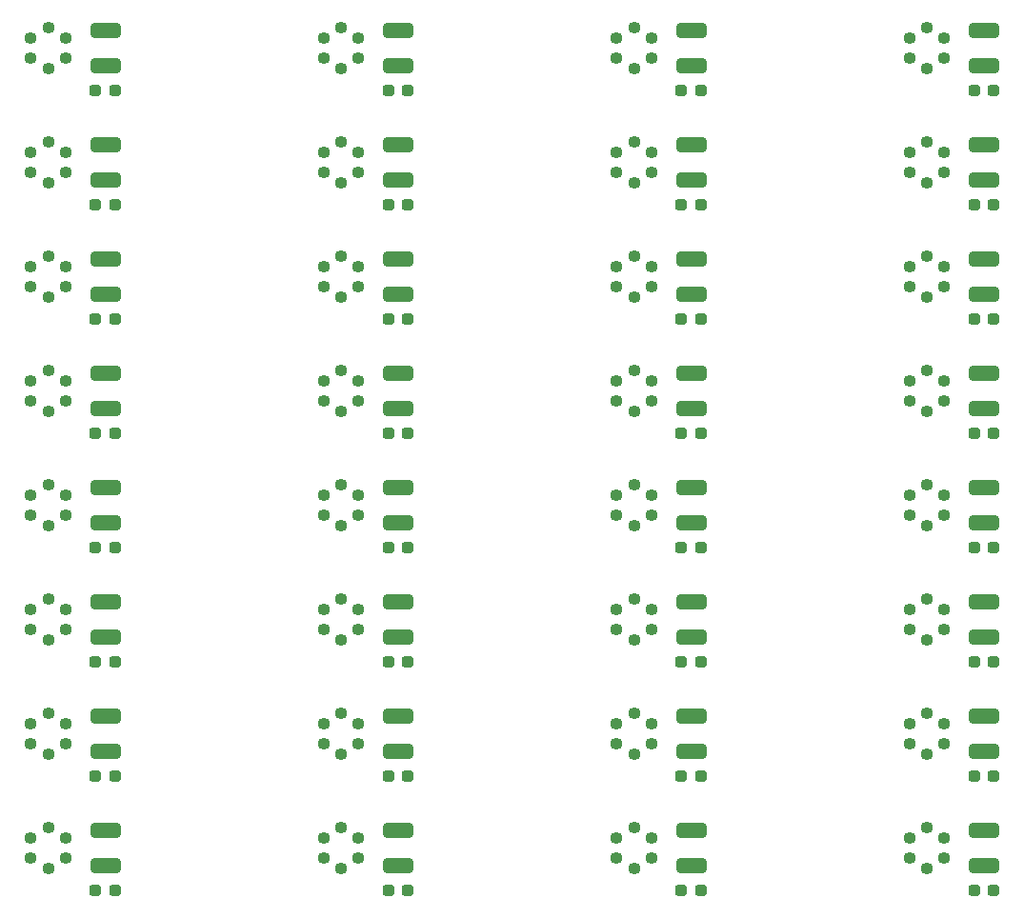
<source format=gbr>
%TF.GenerationSoftware,KiCad,Pcbnew,8.0.8*%
%TF.CreationDate,2025-02-21T18:04:56+11:00*%
%TF.ProjectId,panel,70616e65-6c2e-46b6-9963-61645f706362,rev?*%
%TF.SameCoordinates,Original*%
%TF.FileFunction,Paste,Top*%
%TF.FilePolarity,Positive*%
%FSLAX46Y46*%
G04 Gerber Fmt 4.6, Leading zero omitted, Abs format (unit mm)*
G04 Created by KiCad (PCBNEW 8.0.8) date 2025-02-21 18:04:56*
%MOMM*%
%LPD*%
G01*
G04 APERTURE LIST*
G04 Aperture macros list*
%AMRoundRect*
0 Rectangle with rounded corners*
0 $1 Rounding radius*
0 $2 $3 $4 $5 $6 $7 $8 $9 X,Y pos of 4 corners*
0 Add a 4 corners polygon primitive as box body*
4,1,4,$2,$3,$4,$5,$6,$7,$8,$9,$2,$3,0*
0 Add four circle primitives for the rounded corners*
1,1,$1+$1,$2,$3*
1,1,$1+$1,$4,$5*
1,1,$1+$1,$6,$7*
1,1,$1+$1,$8,$9*
0 Add four rect primitives between the rounded corners*
20,1,$1+$1,$2,$3,$4,$5,0*
20,1,$1+$1,$4,$5,$6,$7,0*
20,1,$1+$1,$6,$7,$8,$9,0*
20,1,$1+$1,$8,$9,$2,$3,0*%
G04 Aperture macros list end*
%ADD10O,1.100000X1.100000*%
%ADD11RoundRect,0.237500X0.287500X0.237500X-0.287500X0.237500X-0.287500X-0.237500X0.287500X-0.237500X0*%
%ADD12RoundRect,0.250000X-1.075000X0.400000X-1.075000X-0.400000X1.075000X-0.400000X1.075000X0.400000X0*%
G04 APERTURE END LIST*
D10*
%TO.C,H2*%
X162816155Y-81979500D03*
X162816155Y-83779500D03*
X164375000Y-81079500D03*
X164375000Y-84679500D03*
X165933845Y-81979500D03*
X165933845Y-83779499D03*
%TD*%
%TO.C,H2*%
X136781155Y-41339500D03*
X136781155Y-43139500D03*
X138340000Y-40439500D03*
X138340000Y-44039500D03*
X139898845Y-41339500D03*
X139898845Y-43139499D03*
%TD*%
%TO.C,H2*%
X136781155Y-71819500D03*
X136781155Y-73619500D03*
X138340000Y-70919500D03*
X138340000Y-74519500D03*
X139898845Y-71819500D03*
X139898845Y-73619499D03*
%TD*%
%TO.C,H2*%
X110746155Y-41339500D03*
X110746155Y-43139500D03*
X112305000Y-40439500D03*
X112305000Y-44039500D03*
X113863845Y-41339500D03*
X113863845Y-43139499D03*
%TD*%
D11*
%TO.C,D1*%
X144295000Y-66369500D03*
X142545000Y-66369500D03*
%TD*%
%TO.C,D1*%
X196365000Y-76529500D03*
X194615000Y-76529500D03*
%TD*%
D12*
%TO.C,R1*%
X169455000Y-61009500D03*
X169455000Y-64109500D03*
%TD*%
D11*
%TO.C,D1*%
X118260000Y-66369500D03*
X116510000Y-66369500D03*
%TD*%
%TO.C,D1*%
X144295000Y-96849500D03*
X142545000Y-96849500D03*
%TD*%
D10*
%TO.C,H2*%
X136781155Y-102299500D03*
X136781155Y-104099500D03*
X138340000Y-101399500D03*
X138340000Y-104999500D03*
X139898845Y-102299500D03*
X139898845Y-104099499D03*
%TD*%
%TO.C,H2*%
X162816155Y-71819500D03*
X162816155Y-73619500D03*
X164375000Y-70919500D03*
X164375000Y-74519500D03*
X165933845Y-71819500D03*
X165933845Y-73619499D03*
%TD*%
D12*
%TO.C,R1*%
X169455000Y-30529500D03*
X169455000Y-33629500D03*
%TD*%
D11*
%TO.C,D1*%
X196365000Y-86689500D03*
X194615000Y-86689500D03*
%TD*%
%TO.C,D1*%
X170330000Y-76529500D03*
X168580000Y-76529500D03*
%TD*%
D10*
%TO.C,H2*%
X136781155Y-81979500D03*
X136781155Y-83779500D03*
X138340000Y-81079500D03*
X138340000Y-84679500D03*
X139898845Y-81979500D03*
X139898845Y-83779499D03*
%TD*%
D12*
%TO.C,R1*%
X143420000Y-91489500D03*
X143420000Y-94589500D03*
%TD*%
%TO.C,R1*%
X195490000Y-50849500D03*
X195490000Y-53949500D03*
%TD*%
D11*
%TO.C,D1*%
X118260000Y-86689500D03*
X116510000Y-86689500D03*
%TD*%
%TO.C,D1*%
X144295000Y-56209500D03*
X142545000Y-56209500D03*
%TD*%
%TO.C,D1*%
X144295000Y-46049500D03*
X142545000Y-46049500D03*
%TD*%
D10*
%TO.C,H2*%
X188851155Y-51499500D03*
X188851155Y-53299500D03*
X190410000Y-50599500D03*
X190410000Y-54199500D03*
X191968845Y-51499500D03*
X191968845Y-53299499D03*
%TD*%
%TO.C,H2*%
X136781155Y-92139500D03*
X136781155Y-93939500D03*
X138340000Y-91239500D03*
X138340000Y-94839500D03*
X139898845Y-92139500D03*
X139898845Y-93939499D03*
%TD*%
%TO.C,H2*%
X162816155Y-41339500D03*
X162816155Y-43139500D03*
X164375000Y-40439500D03*
X164375000Y-44039500D03*
X165933845Y-41339500D03*
X165933845Y-43139499D03*
%TD*%
D12*
%TO.C,R1*%
X117385000Y-50849500D03*
X117385000Y-53949500D03*
%TD*%
D10*
%TO.C,H2*%
X136781155Y-31179500D03*
X136781155Y-32979500D03*
X138340000Y-30279500D03*
X138340000Y-33879500D03*
X139898845Y-31179500D03*
X139898845Y-32979499D03*
%TD*%
D12*
%TO.C,R1*%
X143420000Y-50849500D03*
X143420000Y-53949500D03*
%TD*%
D10*
%TO.C,H2*%
X188851155Y-61659500D03*
X188851155Y-63459500D03*
X190410000Y-60759500D03*
X190410000Y-64359500D03*
X191968845Y-61659500D03*
X191968845Y-63459499D03*
%TD*%
%TO.C,H2*%
X110746155Y-31179500D03*
X110746155Y-32979500D03*
X112305000Y-30279500D03*
X112305000Y-33879500D03*
X113863845Y-31179500D03*
X113863845Y-32979499D03*
%TD*%
%TO.C,H2*%
X188851155Y-92139500D03*
X188851155Y-93939500D03*
X190410000Y-91239500D03*
X190410000Y-94839500D03*
X191968845Y-92139500D03*
X191968845Y-93939499D03*
%TD*%
D11*
%TO.C,D1*%
X118260000Y-35889500D03*
X116510000Y-35889500D03*
%TD*%
D12*
%TO.C,R1*%
X169455000Y-71169500D03*
X169455000Y-74269500D03*
%TD*%
D11*
%TO.C,D1*%
X196365000Y-46049500D03*
X194615000Y-46049500D03*
%TD*%
D10*
%TO.C,H2*%
X110746155Y-61659500D03*
X110746155Y-63459500D03*
X112305000Y-60759500D03*
X112305000Y-64359500D03*
X113863845Y-61659500D03*
X113863845Y-63459499D03*
%TD*%
D11*
%TO.C,D1*%
X118260000Y-46049500D03*
X116510000Y-46049500D03*
%TD*%
D10*
%TO.C,H2*%
X188851155Y-81979500D03*
X188851155Y-83779500D03*
X190410000Y-81079500D03*
X190410000Y-84679500D03*
X191968845Y-81979500D03*
X191968845Y-83779499D03*
%TD*%
%TO.C,H2*%
X110746155Y-92139500D03*
X110746155Y-93939500D03*
X112305000Y-91239500D03*
X112305000Y-94839500D03*
X113863845Y-92139500D03*
X113863845Y-93939499D03*
%TD*%
D11*
%TO.C,D1*%
X170330000Y-66369500D03*
X168580000Y-66369500D03*
%TD*%
D10*
%TO.C,H2*%
X188851155Y-41339500D03*
X188851155Y-43139500D03*
X190410000Y-40439500D03*
X190410000Y-44039500D03*
X191968845Y-41339500D03*
X191968845Y-43139499D03*
%TD*%
%TO.C,H2*%
X188851155Y-102299500D03*
X188851155Y-104099500D03*
X190410000Y-101399500D03*
X190410000Y-104999500D03*
X191968845Y-102299500D03*
X191968845Y-104099499D03*
%TD*%
%TO.C,H2*%
X162816155Y-61659500D03*
X162816155Y-63459500D03*
X164375000Y-60759500D03*
X164375000Y-64359500D03*
X165933845Y-61659500D03*
X165933845Y-63459499D03*
%TD*%
D11*
%TO.C,D1*%
X196365000Y-96849500D03*
X194615000Y-96849500D03*
%TD*%
D12*
%TO.C,R1*%
X117385000Y-91489500D03*
X117385000Y-94589500D03*
%TD*%
%TO.C,R1*%
X169455000Y-40689500D03*
X169455000Y-43789500D03*
%TD*%
%TO.C,R1*%
X195490000Y-91489500D03*
X195490000Y-94589500D03*
%TD*%
D11*
%TO.C,D1*%
X170330000Y-35889500D03*
X168580000Y-35889500D03*
%TD*%
D12*
%TO.C,R1*%
X143420000Y-101649500D03*
X143420000Y-104749500D03*
%TD*%
D10*
%TO.C,H2*%
X188851155Y-71819500D03*
X188851155Y-73619500D03*
X190410000Y-70919500D03*
X190410000Y-74519500D03*
X191968845Y-71819500D03*
X191968845Y-73619499D03*
%TD*%
%TO.C,H2*%
X110746155Y-71819500D03*
X110746155Y-73619500D03*
X112305000Y-70919500D03*
X112305000Y-74519500D03*
X113863845Y-71819500D03*
X113863845Y-73619499D03*
%TD*%
D11*
%TO.C,D1*%
X196365000Y-66369500D03*
X194615000Y-66369500D03*
%TD*%
%TO.C,D1*%
X170330000Y-56209500D03*
X168580000Y-56209500D03*
%TD*%
D12*
%TO.C,R1*%
X169455000Y-50849500D03*
X169455000Y-53949500D03*
%TD*%
D11*
%TO.C,D1*%
X170330000Y-46049500D03*
X168580000Y-46049500D03*
%TD*%
D12*
%TO.C,R1*%
X117385000Y-101649500D03*
X117385000Y-104749500D03*
%TD*%
%TO.C,R1*%
X195490000Y-40689500D03*
X195490000Y-43789500D03*
%TD*%
D11*
%TO.C,D1*%
X170330000Y-96849500D03*
X168580000Y-96849500D03*
%TD*%
D12*
%TO.C,R1*%
X195490000Y-101649500D03*
X195490000Y-104749500D03*
%TD*%
D11*
%TO.C,D1*%
X144295000Y-107009500D03*
X142545000Y-107009500D03*
%TD*%
%TO.C,D1*%
X118260000Y-76529500D03*
X116510000Y-76529500D03*
%TD*%
%TO.C,D1*%
X170330000Y-107009500D03*
X168580000Y-107009500D03*
%TD*%
D12*
%TO.C,R1*%
X143420000Y-61009500D03*
X143420000Y-64109500D03*
%TD*%
D10*
%TO.C,H2*%
X162816155Y-31179500D03*
X162816155Y-32979500D03*
X164375000Y-30279500D03*
X164375000Y-33879500D03*
X165933845Y-31179500D03*
X165933845Y-32979499D03*
%TD*%
D12*
%TO.C,R1*%
X143420000Y-30529500D03*
X143420000Y-33629500D03*
%TD*%
%TO.C,R1*%
X195490000Y-61009500D03*
X195490000Y-64109500D03*
%TD*%
D10*
%TO.C,H2*%
X136781155Y-61659500D03*
X136781155Y-63459500D03*
X138340000Y-60759500D03*
X138340000Y-64359500D03*
X139898845Y-61659500D03*
X139898845Y-63459499D03*
%TD*%
D12*
%TO.C,R1*%
X143420000Y-81329500D03*
X143420000Y-84429500D03*
%TD*%
%TO.C,R1*%
X117385000Y-61009500D03*
X117385000Y-64109500D03*
%TD*%
%TO.C,R1*%
X117385000Y-40689500D03*
X117385000Y-43789500D03*
%TD*%
D10*
%TO.C,H2*%
X110746155Y-51499500D03*
X110746155Y-53299500D03*
X112305000Y-50599500D03*
X112305000Y-54199500D03*
X113863845Y-51499500D03*
X113863845Y-53299499D03*
%TD*%
D12*
%TO.C,R1*%
X195490000Y-81329500D03*
X195490000Y-84429500D03*
%TD*%
D10*
%TO.C,H2*%
X162816155Y-92139500D03*
X162816155Y-93939500D03*
X164375000Y-91239500D03*
X164375000Y-94839500D03*
X165933845Y-92139500D03*
X165933845Y-93939499D03*
%TD*%
D12*
%TO.C,R1*%
X117385000Y-71169500D03*
X117385000Y-74269500D03*
%TD*%
D10*
%TO.C,H2*%
X110746155Y-81979500D03*
X110746155Y-83779500D03*
X112305000Y-81079500D03*
X112305000Y-84679500D03*
X113863845Y-81979500D03*
X113863845Y-83779499D03*
%TD*%
D12*
%TO.C,R1*%
X143420000Y-40689500D03*
X143420000Y-43789500D03*
%TD*%
D10*
%TO.C,H2*%
X162816155Y-102299500D03*
X162816155Y-104099500D03*
X164375000Y-101399500D03*
X164375000Y-104999500D03*
X165933845Y-102299500D03*
X165933845Y-104099499D03*
%TD*%
D11*
%TO.C,D1*%
X118260000Y-107009500D03*
X116510000Y-107009500D03*
%TD*%
%TO.C,D1*%
X118260000Y-56209500D03*
X116510000Y-56209500D03*
%TD*%
%TO.C,D1*%
X170330000Y-86689500D03*
X168580000Y-86689500D03*
%TD*%
D12*
%TO.C,R1*%
X117385000Y-81329500D03*
X117385000Y-84429500D03*
%TD*%
D11*
%TO.C,D1*%
X196365000Y-56209500D03*
X194615000Y-56209500D03*
%TD*%
%TO.C,D1*%
X144295000Y-86689500D03*
X142545000Y-86689500D03*
%TD*%
D10*
%TO.C,H2*%
X136781155Y-51499500D03*
X136781155Y-53299500D03*
X138340000Y-50599500D03*
X138340000Y-54199500D03*
X139898845Y-51499500D03*
X139898845Y-53299499D03*
%TD*%
D11*
%TO.C,D1*%
X118260000Y-96849500D03*
X116510000Y-96849500D03*
%TD*%
%TO.C,D1*%
X196365000Y-35889500D03*
X194615000Y-35889500D03*
%TD*%
D10*
%TO.C,H2*%
X188851155Y-31179500D03*
X188851155Y-32979500D03*
X190410000Y-30279500D03*
X190410000Y-33879500D03*
X191968845Y-31179500D03*
X191968845Y-32979499D03*
%TD*%
%TO.C,H2*%
X110746155Y-102299500D03*
X110746155Y-104099500D03*
X112305000Y-101399500D03*
X112305000Y-104999500D03*
X113863845Y-102299500D03*
X113863845Y-104099499D03*
%TD*%
D12*
%TO.C,R1*%
X195490000Y-30529500D03*
X195490000Y-33629500D03*
%TD*%
D11*
%TO.C,D1*%
X144295000Y-35889500D03*
X142545000Y-35889500D03*
%TD*%
D12*
%TO.C,R1*%
X169455000Y-81329500D03*
X169455000Y-84429500D03*
%TD*%
%TO.C,R1*%
X169455000Y-101649500D03*
X169455000Y-104749500D03*
%TD*%
%TO.C,R1*%
X169455000Y-91489500D03*
X169455000Y-94589500D03*
%TD*%
D11*
%TO.C,D1*%
X144295000Y-76529500D03*
X142545000Y-76529500D03*
%TD*%
D12*
%TO.C,R1*%
X143420000Y-71169500D03*
X143420000Y-74269500D03*
%TD*%
D11*
%TO.C,D1*%
X196365000Y-107009500D03*
X194615000Y-107009500D03*
%TD*%
D12*
%TO.C,R1*%
X117385000Y-30529500D03*
X117385000Y-33629500D03*
%TD*%
D10*
%TO.C,H2*%
X162816155Y-51499500D03*
X162816155Y-53299500D03*
X164375000Y-50599500D03*
X164375000Y-54199500D03*
X165933845Y-51499500D03*
X165933845Y-53299499D03*
%TD*%
D12*
%TO.C,R1*%
X195490000Y-71169500D03*
X195490000Y-74269500D03*
%TD*%
M02*

</source>
